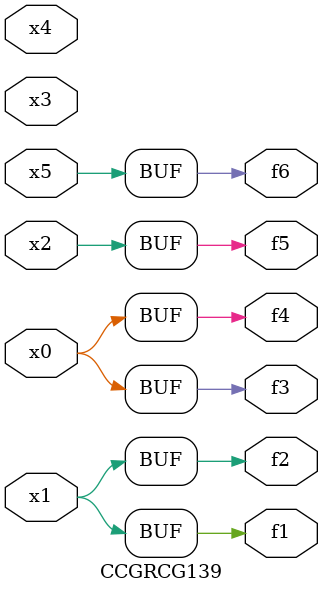
<source format=v>
module CCGRCG139(
	input x0, x1, x2, x3, x4, x5,
	output f1, f2, f3, f4, f5, f6
);
	assign f1 = x1;
	assign f2 = x1;
	assign f3 = x0;
	assign f4 = x0;
	assign f5 = x2;
	assign f6 = x5;
endmodule

</source>
